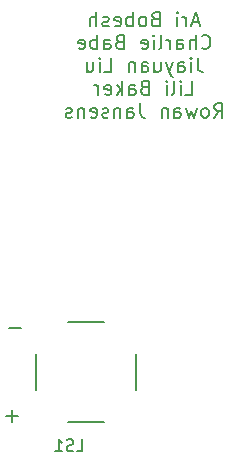
<source format=gbr>
%TF.GenerationSoftware,KiCad,Pcbnew,(6.0.7)*%
%TF.CreationDate,2023-04-01T23:58:30-04:00*%
%TF.ProjectId,board_one_teensy_22,626f6172-645f-46f6-9e65-5f7465656e73,rev?*%
%TF.SameCoordinates,Original*%
%TF.FileFunction,Legend,Bot*%
%TF.FilePolarity,Positive*%
%FSLAX46Y46*%
G04 Gerber Fmt 4.6, Leading zero omitted, Abs format (unit mm)*
G04 Created by KiCad (PCBNEW (6.0.7)) date 2023-04-01 23:58:30*
%MOMM*%
%LPD*%
G01*
G04 APERTURE LIST*
%ADD10C,0.150000*%
%ADD11C,0.127000*%
G04 APERTURE END LIST*
D10*
X160330571Y-81375200D02*
X159759142Y-81375200D01*
X160444857Y-81718057D02*
X160044857Y-80518057D01*
X159644857Y-81718057D01*
X159244857Y-81718057D02*
X159244857Y-80918057D01*
X159244857Y-81146628D02*
X159187714Y-81032342D01*
X159130571Y-80975200D01*
X159016285Y-80918057D01*
X158902000Y-80918057D01*
X158502000Y-81718057D02*
X158502000Y-80918057D01*
X158502000Y-80518057D02*
X158559142Y-80575200D01*
X158502000Y-80632342D01*
X158444857Y-80575200D01*
X158502000Y-80518057D01*
X158502000Y-80632342D01*
X156616285Y-81089485D02*
X156444857Y-81146628D01*
X156387714Y-81203771D01*
X156330571Y-81318057D01*
X156330571Y-81489485D01*
X156387714Y-81603771D01*
X156444857Y-81660914D01*
X156559142Y-81718057D01*
X157016285Y-81718057D01*
X157016285Y-80518057D01*
X156616285Y-80518057D01*
X156502000Y-80575200D01*
X156444857Y-80632342D01*
X156387714Y-80746628D01*
X156387714Y-80860914D01*
X156444857Y-80975200D01*
X156502000Y-81032342D01*
X156616285Y-81089485D01*
X157016285Y-81089485D01*
X155644857Y-81718057D02*
X155759142Y-81660914D01*
X155816285Y-81603771D01*
X155873428Y-81489485D01*
X155873428Y-81146628D01*
X155816285Y-81032342D01*
X155759142Y-80975200D01*
X155644857Y-80918057D01*
X155473428Y-80918057D01*
X155359142Y-80975200D01*
X155302000Y-81032342D01*
X155244857Y-81146628D01*
X155244857Y-81489485D01*
X155302000Y-81603771D01*
X155359142Y-81660914D01*
X155473428Y-81718057D01*
X155644857Y-81718057D01*
X154730571Y-81718057D02*
X154730571Y-80518057D01*
X154730571Y-80975200D02*
X154616285Y-80918057D01*
X154387714Y-80918057D01*
X154273428Y-80975200D01*
X154216285Y-81032342D01*
X154159142Y-81146628D01*
X154159142Y-81489485D01*
X154216285Y-81603771D01*
X154273428Y-81660914D01*
X154387714Y-81718057D01*
X154616285Y-81718057D01*
X154730571Y-81660914D01*
X153187714Y-81660914D02*
X153302000Y-81718057D01*
X153530571Y-81718057D01*
X153644857Y-81660914D01*
X153702000Y-81546628D01*
X153702000Y-81089485D01*
X153644857Y-80975200D01*
X153530571Y-80918057D01*
X153302000Y-80918057D01*
X153187714Y-80975200D01*
X153130571Y-81089485D01*
X153130571Y-81203771D01*
X153702000Y-81318057D01*
X152673428Y-81660914D02*
X152559142Y-81718057D01*
X152330571Y-81718057D01*
X152216285Y-81660914D01*
X152159142Y-81546628D01*
X152159142Y-81489485D01*
X152216285Y-81375200D01*
X152330571Y-81318057D01*
X152502000Y-81318057D01*
X152616285Y-81260914D01*
X152673428Y-81146628D01*
X152673428Y-81089485D01*
X152616285Y-80975200D01*
X152502000Y-80918057D01*
X152330571Y-80918057D01*
X152216285Y-80975200D01*
X151644857Y-81718057D02*
X151644857Y-80518057D01*
X151130571Y-81718057D02*
X151130571Y-81089485D01*
X151187714Y-80975200D01*
X151302000Y-80918057D01*
X151473428Y-80918057D01*
X151587714Y-80975200D01*
X151644857Y-81032342D01*
X160559142Y-83535771D02*
X160616285Y-83592914D01*
X160787714Y-83650057D01*
X160902000Y-83650057D01*
X161073428Y-83592914D01*
X161187714Y-83478628D01*
X161244857Y-83364342D01*
X161302000Y-83135771D01*
X161302000Y-82964342D01*
X161244857Y-82735771D01*
X161187714Y-82621485D01*
X161073428Y-82507200D01*
X160902000Y-82450057D01*
X160787714Y-82450057D01*
X160616285Y-82507200D01*
X160559142Y-82564342D01*
X160044857Y-83650057D02*
X160044857Y-82450057D01*
X159530571Y-83650057D02*
X159530571Y-83021485D01*
X159587714Y-82907200D01*
X159702000Y-82850057D01*
X159873428Y-82850057D01*
X159987714Y-82907200D01*
X160044857Y-82964342D01*
X158444857Y-83650057D02*
X158444857Y-83021485D01*
X158502000Y-82907200D01*
X158616285Y-82850057D01*
X158844857Y-82850057D01*
X158959142Y-82907200D01*
X158444857Y-83592914D02*
X158559142Y-83650057D01*
X158844857Y-83650057D01*
X158959142Y-83592914D01*
X159016285Y-83478628D01*
X159016285Y-83364342D01*
X158959142Y-83250057D01*
X158844857Y-83192914D01*
X158559142Y-83192914D01*
X158444857Y-83135771D01*
X157873428Y-83650057D02*
X157873428Y-82850057D01*
X157873428Y-83078628D02*
X157816285Y-82964342D01*
X157759142Y-82907200D01*
X157644857Y-82850057D01*
X157530571Y-82850057D01*
X156959142Y-83650057D02*
X157073428Y-83592914D01*
X157130571Y-83478628D01*
X157130571Y-82450057D01*
X156502000Y-83650057D02*
X156502000Y-82850057D01*
X156502000Y-82450057D02*
X156559142Y-82507200D01*
X156502000Y-82564342D01*
X156444857Y-82507200D01*
X156502000Y-82450057D01*
X156502000Y-82564342D01*
X155473428Y-83592914D02*
X155587714Y-83650057D01*
X155816285Y-83650057D01*
X155930571Y-83592914D01*
X155987714Y-83478628D01*
X155987714Y-83021485D01*
X155930571Y-82907200D01*
X155816285Y-82850057D01*
X155587714Y-82850057D01*
X155473428Y-82907200D01*
X155416285Y-83021485D01*
X155416285Y-83135771D01*
X155987714Y-83250057D01*
X153587714Y-83021485D02*
X153416285Y-83078628D01*
X153359142Y-83135771D01*
X153302000Y-83250057D01*
X153302000Y-83421485D01*
X153359142Y-83535771D01*
X153416285Y-83592914D01*
X153530571Y-83650057D01*
X153987714Y-83650057D01*
X153987714Y-82450057D01*
X153587714Y-82450057D01*
X153473428Y-82507200D01*
X153416285Y-82564342D01*
X153359142Y-82678628D01*
X153359142Y-82792914D01*
X153416285Y-82907200D01*
X153473428Y-82964342D01*
X153587714Y-83021485D01*
X153987714Y-83021485D01*
X152273428Y-83650057D02*
X152273428Y-83021485D01*
X152330571Y-82907200D01*
X152444857Y-82850057D01*
X152673428Y-82850057D01*
X152787714Y-82907200D01*
X152273428Y-83592914D02*
X152387714Y-83650057D01*
X152673428Y-83650057D01*
X152787714Y-83592914D01*
X152844857Y-83478628D01*
X152844857Y-83364342D01*
X152787714Y-83250057D01*
X152673428Y-83192914D01*
X152387714Y-83192914D01*
X152273428Y-83135771D01*
X151702000Y-83650057D02*
X151702000Y-82450057D01*
X151702000Y-82907200D02*
X151587714Y-82850057D01*
X151359142Y-82850057D01*
X151244857Y-82907200D01*
X151187714Y-82964342D01*
X151130571Y-83078628D01*
X151130571Y-83421485D01*
X151187714Y-83535771D01*
X151244857Y-83592914D01*
X151359142Y-83650057D01*
X151587714Y-83650057D01*
X151702000Y-83592914D01*
X150159142Y-83592914D02*
X150273428Y-83650057D01*
X150502000Y-83650057D01*
X150616285Y-83592914D01*
X150673428Y-83478628D01*
X150673428Y-83021485D01*
X150616285Y-82907200D01*
X150502000Y-82850057D01*
X150273428Y-82850057D01*
X150159142Y-82907200D01*
X150102000Y-83021485D01*
X150102000Y-83135771D01*
X150673428Y-83250057D01*
X160216285Y-84382057D02*
X160216285Y-85239200D01*
X160273428Y-85410628D01*
X160387714Y-85524914D01*
X160559142Y-85582057D01*
X160673428Y-85582057D01*
X159644857Y-85582057D02*
X159644857Y-84782057D01*
X159644857Y-84382057D02*
X159702000Y-84439200D01*
X159644857Y-84496342D01*
X159587714Y-84439200D01*
X159644857Y-84382057D01*
X159644857Y-84496342D01*
X158559142Y-85582057D02*
X158559142Y-84953485D01*
X158616285Y-84839200D01*
X158730571Y-84782057D01*
X158959142Y-84782057D01*
X159073428Y-84839200D01*
X158559142Y-85524914D02*
X158673428Y-85582057D01*
X158959142Y-85582057D01*
X159073428Y-85524914D01*
X159130571Y-85410628D01*
X159130571Y-85296342D01*
X159073428Y-85182057D01*
X158959142Y-85124914D01*
X158673428Y-85124914D01*
X158559142Y-85067771D01*
X158102000Y-84782057D02*
X157816285Y-85582057D01*
X157530571Y-84782057D02*
X157816285Y-85582057D01*
X157930571Y-85867771D01*
X157987714Y-85924914D01*
X158102000Y-85982057D01*
X156559142Y-84782057D02*
X156559142Y-85582057D01*
X157073428Y-84782057D02*
X157073428Y-85410628D01*
X157016285Y-85524914D01*
X156902000Y-85582057D01*
X156730571Y-85582057D01*
X156616285Y-85524914D01*
X156559142Y-85467771D01*
X155473428Y-85582057D02*
X155473428Y-84953485D01*
X155530571Y-84839200D01*
X155644857Y-84782057D01*
X155873428Y-84782057D01*
X155987714Y-84839200D01*
X155473428Y-85524914D02*
X155587714Y-85582057D01*
X155873428Y-85582057D01*
X155987714Y-85524914D01*
X156044857Y-85410628D01*
X156044857Y-85296342D01*
X155987714Y-85182057D01*
X155873428Y-85124914D01*
X155587714Y-85124914D01*
X155473428Y-85067771D01*
X154902000Y-84782057D02*
X154902000Y-85582057D01*
X154902000Y-84896342D02*
X154844857Y-84839200D01*
X154730571Y-84782057D01*
X154559142Y-84782057D01*
X154444857Y-84839200D01*
X154387714Y-84953485D01*
X154387714Y-85582057D01*
X152330571Y-85582057D02*
X152902000Y-85582057D01*
X152902000Y-84382057D01*
X151930571Y-85582057D02*
X151930571Y-84782057D01*
X151930571Y-84382057D02*
X151987714Y-84439200D01*
X151930571Y-84496342D01*
X151873428Y-84439200D01*
X151930571Y-84382057D01*
X151930571Y-84496342D01*
X150844857Y-84782057D02*
X150844857Y-85582057D01*
X151359142Y-84782057D02*
X151359142Y-85410628D01*
X151302000Y-85524914D01*
X151187714Y-85582057D01*
X151016285Y-85582057D01*
X150902000Y-85524914D01*
X150844857Y-85467771D01*
X159187714Y-87514057D02*
X159759142Y-87514057D01*
X159759142Y-86314057D01*
X158787714Y-87514057D02*
X158787714Y-86714057D01*
X158787714Y-86314057D02*
X158844857Y-86371200D01*
X158787714Y-86428342D01*
X158730571Y-86371200D01*
X158787714Y-86314057D01*
X158787714Y-86428342D01*
X158044857Y-87514057D02*
X158159142Y-87456914D01*
X158216285Y-87342628D01*
X158216285Y-86314057D01*
X157587714Y-87514057D02*
X157587714Y-86714057D01*
X157587714Y-86314057D02*
X157644857Y-86371200D01*
X157587714Y-86428342D01*
X157530571Y-86371200D01*
X157587714Y-86314057D01*
X157587714Y-86428342D01*
X155702000Y-86885485D02*
X155530571Y-86942628D01*
X155473428Y-86999771D01*
X155416285Y-87114057D01*
X155416285Y-87285485D01*
X155473428Y-87399771D01*
X155530571Y-87456914D01*
X155644857Y-87514057D01*
X156102000Y-87514057D01*
X156102000Y-86314057D01*
X155702000Y-86314057D01*
X155587714Y-86371200D01*
X155530571Y-86428342D01*
X155473428Y-86542628D01*
X155473428Y-86656914D01*
X155530571Y-86771200D01*
X155587714Y-86828342D01*
X155702000Y-86885485D01*
X156102000Y-86885485D01*
X154387714Y-87514057D02*
X154387714Y-86885485D01*
X154444857Y-86771200D01*
X154559142Y-86714057D01*
X154787714Y-86714057D01*
X154902000Y-86771200D01*
X154387714Y-87456914D02*
X154502000Y-87514057D01*
X154787714Y-87514057D01*
X154902000Y-87456914D01*
X154959142Y-87342628D01*
X154959142Y-87228342D01*
X154902000Y-87114057D01*
X154787714Y-87056914D01*
X154502000Y-87056914D01*
X154387714Y-86999771D01*
X153816285Y-87514057D02*
X153816285Y-86314057D01*
X153702000Y-87056914D02*
X153359142Y-87514057D01*
X153359142Y-86714057D02*
X153816285Y-87171200D01*
X152387714Y-87456914D02*
X152502000Y-87514057D01*
X152730571Y-87514057D01*
X152844857Y-87456914D01*
X152902000Y-87342628D01*
X152902000Y-86885485D01*
X152844857Y-86771200D01*
X152730571Y-86714057D01*
X152502000Y-86714057D01*
X152387714Y-86771200D01*
X152330571Y-86885485D01*
X152330571Y-86999771D01*
X152902000Y-87114057D01*
X151816285Y-87514057D02*
X151816285Y-86714057D01*
X151816285Y-86942628D02*
X151759142Y-86828342D01*
X151702000Y-86771200D01*
X151587714Y-86714057D01*
X151473428Y-86714057D01*
X161616285Y-89446057D02*
X162016285Y-88874628D01*
X162302000Y-89446057D02*
X162302000Y-88246057D01*
X161844857Y-88246057D01*
X161730571Y-88303200D01*
X161673428Y-88360342D01*
X161616285Y-88474628D01*
X161616285Y-88646057D01*
X161673428Y-88760342D01*
X161730571Y-88817485D01*
X161844857Y-88874628D01*
X162302000Y-88874628D01*
X160930571Y-89446057D02*
X161044857Y-89388914D01*
X161102000Y-89331771D01*
X161159142Y-89217485D01*
X161159142Y-88874628D01*
X161102000Y-88760342D01*
X161044857Y-88703200D01*
X160930571Y-88646057D01*
X160759142Y-88646057D01*
X160644857Y-88703200D01*
X160587714Y-88760342D01*
X160530571Y-88874628D01*
X160530571Y-89217485D01*
X160587714Y-89331771D01*
X160644857Y-89388914D01*
X160759142Y-89446057D01*
X160930571Y-89446057D01*
X160130571Y-88646057D02*
X159902000Y-89446057D01*
X159673428Y-88874628D01*
X159444857Y-89446057D01*
X159216285Y-88646057D01*
X158244857Y-89446057D02*
X158244857Y-88817485D01*
X158302000Y-88703200D01*
X158416285Y-88646057D01*
X158644857Y-88646057D01*
X158759142Y-88703200D01*
X158244857Y-89388914D02*
X158359142Y-89446057D01*
X158644857Y-89446057D01*
X158759142Y-89388914D01*
X158816285Y-89274628D01*
X158816285Y-89160342D01*
X158759142Y-89046057D01*
X158644857Y-88988914D01*
X158359142Y-88988914D01*
X158244857Y-88931771D01*
X157673428Y-88646057D02*
X157673428Y-89446057D01*
X157673428Y-88760342D02*
X157616285Y-88703200D01*
X157502000Y-88646057D01*
X157330571Y-88646057D01*
X157216285Y-88703200D01*
X157159142Y-88817485D01*
X157159142Y-89446057D01*
X155330571Y-88246057D02*
X155330571Y-89103200D01*
X155387714Y-89274628D01*
X155502000Y-89388914D01*
X155673428Y-89446057D01*
X155787714Y-89446057D01*
X154244857Y-89446057D02*
X154244857Y-88817485D01*
X154302000Y-88703200D01*
X154416285Y-88646057D01*
X154644857Y-88646057D01*
X154759142Y-88703200D01*
X154244857Y-89388914D02*
X154359142Y-89446057D01*
X154644857Y-89446057D01*
X154759142Y-89388914D01*
X154816285Y-89274628D01*
X154816285Y-89160342D01*
X154759142Y-89046057D01*
X154644857Y-88988914D01*
X154359142Y-88988914D01*
X154244857Y-88931771D01*
X153673428Y-88646057D02*
X153673428Y-89446057D01*
X153673428Y-88760342D02*
X153616285Y-88703200D01*
X153502000Y-88646057D01*
X153330571Y-88646057D01*
X153216285Y-88703200D01*
X153159142Y-88817485D01*
X153159142Y-89446057D01*
X152644857Y-89388914D02*
X152530571Y-89446057D01*
X152302000Y-89446057D01*
X152187714Y-89388914D01*
X152130571Y-89274628D01*
X152130571Y-89217485D01*
X152187714Y-89103200D01*
X152302000Y-89046057D01*
X152473428Y-89046057D01*
X152587714Y-88988914D01*
X152644857Y-88874628D01*
X152644857Y-88817485D01*
X152587714Y-88703200D01*
X152473428Y-88646057D01*
X152302000Y-88646057D01*
X152187714Y-88703200D01*
X151159142Y-89388914D02*
X151273428Y-89446057D01*
X151502000Y-89446057D01*
X151616285Y-89388914D01*
X151673428Y-89274628D01*
X151673428Y-88817485D01*
X151616285Y-88703200D01*
X151502000Y-88646057D01*
X151273428Y-88646057D01*
X151159142Y-88703200D01*
X151102000Y-88817485D01*
X151102000Y-88931771D01*
X151673428Y-89046057D01*
X150587714Y-88646057D02*
X150587714Y-89446057D01*
X150587714Y-88760342D02*
X150530571Y-88703200D01*
X150416285Y-88646057D01*
X150244857Y-88646057D01*
X150130571Y-88703200D01*
X150073428Y-88817485D01*
X150073428Y-89446057D01*
X149559142Y-89388914D02*
X149444857Y-89446057D01*
X149216285Y-89446057D01*
X149102000Y-89388914D01*
X149044857Y-89274628D01*
X149044857Y-89217485D01*
X149102000Y-89103200D01*
X149216285Y-89046057D01*
X149387714Y-89046057D01*
X149502000Y-88988914D01*
X149559142Y-88874628D01*
X149559142Y-88817485D01*
X149502000Y-88703200D01*
X149387714Y-88646057D01*
X149216285Y-88646057D01*
X149102000Y-88703200D01*
%TO.C,LS1*%
X149976107Y-117689380D02*
X150452297Y-117689380D01*
X150452297Y-116689380D01*
X149690392Y-117641761D02*
X149547535Y-117689380D01*
X149309440Y-117689380D01*
X149214202Y-117641761D01*
X149166583Y-117594142D01*
X149118964Y-117498904D01*
X149118964Y-117403666D01*
X149166583Y-117308428D01*
X149214202Y-117260809D01*
X149309440Y-117213190D01*
X149499916Y-117165571D01*
X149595154Y-117117952D01*
X149642773Y-117070333D01*
X149690392Y-116975095D01*
X149690392Y-116879857D01*
X149642773Y-116784619D01*
X149595154Y-116737000D01*
X149499916Y-116689380D01*
X149261821Y-116689380D01*
X149118964Y-116737000D01*
X148166583Y-117689380D02*
X148738011Y-117689380D01*
X148452297Y-117689380D02*
X148452297Y-116689380D01*
X148547535Y-116832238D01*
X148642773Y-116927476D01*
X148738011Y-116975095D01*
D11*
X145008250Y-114752000D02*
X144008250Y-114752000D01*
X145258250Y-107252000D02*
X144258250Y-107252000D01*
X149258250Y-106752000D02*
X152258250Y-106752000D01*
X149258250Y-115252000D02*
X152258250Y-115252000D01*
X155008250Y-112502000D02*
X155008250Y-109502000D01*
X144508250Y-115252000D02*
X144508250Y-114252000D01*
X146508250Y-112502000D02*
X146508250Y-109502000D01*
%TD*%
M02*

</source>
